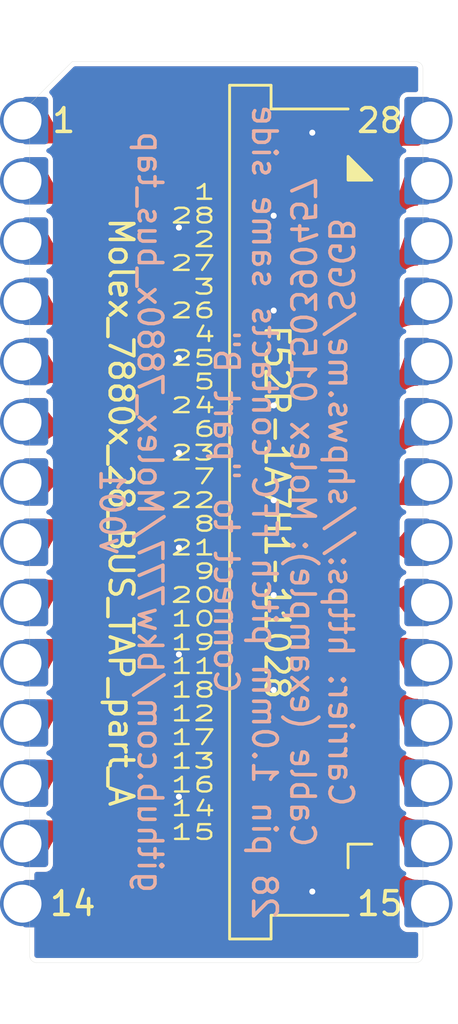
<source format=kicad_pcb>
(kicad_pcb (version 20240108) (generator "pcbnew") (generator_version "8.0")
  (title_block (title "Molex_7880x_28_BUS_TAP_part_A") (date "2024-07-30") (rev "001") (company "Brian K. White - b.kenyon.w@gmail.com") (comment 1 "CC-BY-SA") (comment 2 "github.com/bkw777/Molex_7880x_bus_tap") (comment 3 "Carrier: http://shpws.me/SGGB"))
  (layers (0 "F.Cu" signal "Top") (31 "B.Cu" signal "Bottom") (34 "B.Paste" user) (35 "F.Paste" user) (36 "B.SilkS" user "B.Silkscreen") (37 "F.SilkS" user "F.Silkscreen") (38 "B.Mask" user) (39 "F.Mask" user) (44 "Edge.Cuts" user))
  (net 0 "")
  (net 1 "/24")
  (net 2 "/20")
  (net 3 "/25")
  (net 4 "/1")
  (net 5 "/8")
  (net 6 "/18")
  (net 7 "/12")
  (net 8 "/4")
  (net 9 "/19")
  (net 10 "/6")
  (net 11 "/9")
  (net 12 "/2")
  (net 13 "/28")
  (net 14 "/21")
  (net 15 "/17")
  (net 16 "/3")
  (net 17 "/10")
  (net 18 "/7")
  (net 19 "/11")
  (net 20 "/26")
  (net 21 "/5")
  (net 22 "/27")
  (net 23 "/16")
  (net 24 "/22")
  (net 25 "/15")
  (net 26 "/23")
  (net 27 "/13")
  (net 28 "GND")
  (footprint "000_LOCAL:Molex78802_PCB_28" (layer "F.Cu") (at 147.2184 99.187)
    (property "Reference" "J1" (hide yes))
    (property "Value" "Molex_DIP28_edge_contacts" (hide yes))
    (fp_line (start -8.3 18.7) (end -8.3 -17.2) (stroke (width 0.01)) (layer "Edge.Cuts"))
    (fp_line (start -8 19) (end 8 19) (stroke (width 0.01)) (layer "Edge.Cuts"))
    (fp_line (start -6.5 -19) (end -8.3 -17.2) (stroke (width 0.01)) (layer "Edge.Cuts"))
    (fp_line (start 8 -19) (end -6.5 -19) (stroke (width 0.01)) (layer "Edge.Cuts"))
    (fp_line (start 8.3 18.7) (end 8.3 -18.7) (stroke (width 0.01)) (layer "Edge.Cuts"))
    (fp_arc (start -8 19) (mid -8.212132 18.912132) (end -8.3 18.7) (stroke (width 0.01)) (layer "Edge.Cuts"))
    (fp_arc (start 8 -19) (mid 8.212132 -18.912132) (end 8.3 -18.7) (stroke (width 0.01)) (layer "Edge.Cuts"))
    (fp_arc (start 8.3 18.7) (mid 8.212132 18.912132) (end 8 19) (stroke (width 0.01)) (layer "Edge.Cuts"))
    (pad "1" thru_hole circle (at -8.6002 -16.51) (size 1.9 1.9) (drill 1.6) (property pad_prop_castellated) (layers "*.Cu" "*.Mask") (net 4 "/1"))
    (pad "1" smd roundrect (at -8.0645 -16.51) (size 1.1 2) (layers "F.Cu") (roundrect_rratio 0.1363636364) (net 4 "/1"))
    (pad "1" smd roundrect (at -8.0645 -16.51) (size 1.1 2) (layers "B.Cu") (roundrect_rratio 0.1363636364) (net 4 "/1"))
    (pad "2" thru_hole circle (at -8.6002 -13.97) (size 1.9 1.9) (drill 1.6) (property pad_prop_castellated) (layers "*.Cu" "*.Mask") (net 12 "/2"))
    (pad "2" smd roundrect (at -8.0645 -13.97) (size 1.1 2) (layers "F.Cu") (roundrect_rratio 0.1363636364) (net 12 "/2"))
    (pad "2" smd roundrect (at -8.0645 -13.97) (size 1.1 2) (layers "B.Cu") (roundrect_rratio 0.1363636364) (net 12 "/2"))
    (pad "3" thru_hole circle (at -8.6002 -11.43) (size 1.9 1.9) (drill 1.6) (property pad_prop_castellated) (layers "*.Cu" "*.Mask") (net 16 "/3"))
    (pad "3" smd roundrect (at -8.0645 -11.43) (size 1.1 2) (layers "F.Cu") (roundrect_rratio 0.1363636364) (net 16 "/3"))
    (pad "3" smd roundrect (at -8.0645 -11.43) (size 1.1 2) (layers "B.Cu") (roundrect_rratio 0.1363636364) (net 16 "/3"))
    (pad "4" thru_hole circle (at -8.6002 -8.89) (size 1.9 1.9) (drill 1.6) (property pad_prop_castellated) (layers "*.Cu" "*.Mask") (net 8 "/4"))
    (pad "4" smd roundrect (at -8.0645 -8.89) (size 1.1 2) (layers "F.Cu") (roundrect_rratio 0.1363636364) (net 8 "/4"))
    (pad "4" smd roundrect (at -8.0645 -8.89) (size 1.1 2) (layers "B.Cu") (roundrect_rratio 0.1363636364) (net 8 "/4"))
    (pad "5" thru_hole circle (at -8.6002 -6.35) (size 1.9 1.9) (drill 1.6) (property pad_prop_castellated) (layers "*.Cu" "*.Mask") (net 21 "/5"))
    (pad "5" smd roundrect (at -8.0645 -6.35) (size 1.1 2) (layers "F.Cu") (roundrect_rratio 0.1363636364) (net 21 "/5"))
    (pad "5" smd roundrect (at -8.0645 -6.35) (size 1.1 2) (layers "B.Cu") (roundrect_rratio 0.1363636364) (net 21 "/5"))
    (pad "6" thru_hole circle (at -8.6002 -3.81) (size 1.9 1.9) (drill 1.6) (property pad_prop_castellated) (layers "*.Cu" "*.Mask") (net 10 "/6"))
    (pad "6" smd roundrect (at -8.0645 -3.81) (size 1.1 2) (layers "F.Cu") (roundrect_rratio 0.1363636364) (net 10 "/6"))
    (pad "6" smd roundrect (at -8.0645 -3.81) (size 1.1 2) (layers "B.Cu") (roundrect_rratio 0.1363636364) (net 10 "/6"))
    (pad "7" thru_hole circle (at -8.6002 -1.27) (size 1.9 1.9) (drill 1.6) (property pad_prop_castellated) (layers "*.Cu" "*.Mask") (net 18 "/7"))
    (pad "7" smd roundrect (at -8.0645 -1.27) (size 1.1 2) (layers "F.Cu") (roundrect_rratio 0.1363636364) (net 18 "/7"))
    (pad "7" smd roundrect (at -8.0645 -1.27) (size 1.1 2) (layers "B.Cu") (roundrect_rratio 0.1363636364) (net 18 "/7"))
    (pad "8" thru_hole circle (at -8.6002 1.27) (size 1.9 1.9) (drill 1.6) (property pad_prop_castellated) (layers "*.Cu" "*.Mask") (net 5 "/8"))
    (pad "8" smd roundrect (at -8.0645 1.27) (size 1.1 2) (layers "F.Cu") (roundrect_rratio 0.1363636364) (net 5 "/8"))
    (pad "8" smd roundrect (at -8.0645 1.27) (size 1.1 2) (layers "B.Cu") (roundrect_rratio 0.1363636364) (net 5 "/8"))
    (pad "9" thru_hole circle (at -8.6002 3.81) (size 1.9 1.9) (drill 1.6) (property pad_prop_castellated) (layers "*.Cu" "*.Mask") (net 11 "/9"))
    (pad "9" smd roundrect (at -8.0645 3.81) (size 1.1 2) (layers "F.Cu") (roundrect_rratio 0.1363636364) (net 11 "/9"))
    (pad "9" smd roundrect (at -8.0645 3.81) (size 1.1 2) (layers "B.Cu") (roundrect_rratio 0.1363636364) (net 11 "/9"))
    (pad "10" thru_hole circle (at -8.6002 6.35) (size 1.9 1.9) (drill 1.6) (property pad_prop_castellated) (layers "*.Cu" "*.Mask") (net 17 "/10"))
    (pad "10" smd roundrect (at -8.0645 6.35) (size 1.1 2) (layers "F.Cu") (roundrect_rratio 0.1363636364) (net 17 "/10"))
    (pad "10" smd roundrect (at -8.0645 6.35) (size 1.1 2) (layers "B.Cu") (roundrect_rratio 0.1363636364) (net 17 "/10"))
    (pad "11" thru_hole circle (at -8.6002 8.89) (size 1.9 1.9) (drill 1.6) (property pad_prop_castellated) (layers "*.Cu" "*.Mask") (net 19 "/11"))
    (pad "11" smd roundrect (at -8.0645 8.89) (size 1.1 2) (layers "F.Cu") (roundrect_rratio 0.1363636364) (net 19 "/11"))
    (pad "11" smd roundrect (at -8.0645 8.89) (size 1.1 2) (layers "B.Cu") (roundrect_rratio 0.1363636364) (net 19 "/11"))
    (pad "12" thru_hole circle (at -8.6002 11.43) (size 1.9 1.9) (drill 1.6) (property pad_prop_castellated) (layers "*.Cu" "*.Mask") (net 7 "/12"))
    (pad "12" smd roundrect (at -8.0645 11.43) (size 1.1 2) (layers "F.Cu") (roundrect_rratio 0.1363636364) (net 7 "/12"))
    (pad "12" smd roundrect (at -8.0645 11.43) (size 1.1 2) (layers "B.Cu") (roundrect_rratio 0.1363636364) (net 7 "/12"))
    (pad "13" thru_hole circle (at -8.6002 13.97) (size 1.9 1.9) (drill 1.6) (property pad_prop_castellated) (layers "*.Cu" "*.Mask") (net 27 "/13"))
    (pad "13" smd roundrect (at -8.0645 13.97) (size 1.1 2) (layers "F.Cu") (roundrect_rratio 0.1363636364) (net 27 "/13"))
    (pad "13" smd roundrect (at -8.0645 13.97) (size 1.1 2) (layers "B.Cu") (roundrect_rratio 0.1363636364) (net 27 "/13"))
    (pad "14" thru_hole circle (at -8.6002 16.51) (size 1.9 1.9) (drill 1.6) (property pad_prop_castellated) (layers "*.Cu" "*.Mask") (net 28 "GND"))
    (pad "14" smd roundrect (at -8.0645 16.51) (size 1.1 2) (layers "F.Cu") (roundrect_rratio 0.1363636364) (net 28 "GND"))
    (pad "14" smd roundrect (at -8.0645 16.51) (size 1.1 2) (layers "B.Cu") (roundrect_rratio 0.1363636364) (net 28 "GND"))
    (pad "15" smd roundrect (at 8.0645 16.51) (size 1.1 2) (layers "F.Cu") (roundrect_rratio 0.1363636364) (net 25 "/15"))
    (pad "15" smd roundrect (at 8.0645 16.51) (size 1.1 2) (layers "B.Cu") (roundrect_rratio 0.1363636364) (net 25 "/15"))
    (pad "15" thru_hole circle (at 8.6002 16.51) (size 1.9 1.9) (drill 1.6) (property pad_prop_castellated) (layers "*.Cu" "*.Mask") (net 25 "/15"))
    (pad "16" smd roundrect (at 8.0645 13.97) (size 1.1 2) (layers "F.Cu") (roundrect_rratio 0.1363636364) (net 23 "/16"))
    (pad "16" smd roundrect (at 8.0645 13.97) (size 1.1 2) (layers "B.Cu") (roundrect_rratio 0.1363636364) (net 23 "/16"))
    (pad "16" thru_hole circle (at 8.6002 13.97) (size 1.9 1.9) (drill 1.6) (property pad_prop_castellated) (layers "*.Cu" "*.Mask") (net 23 "/16"))
    (pad "17" smd roundrect (at 8.0645 11.43) (size 1.1 2) (layers "F.Cu") (roundrect_rratio 0.1363636364) (net 15 "/17"))
    (pad "17" smd roundrect (at 8.0645 11.43) (size 1.1 2) (layers "B.Cu") (roundrect_rratio 0.1363636364) (net 15 "/17"))
    (pad "17" thru_hole circle (at 8.6002 11.43) (size 1.9 1.9) (drill 1.6) (property pad_prop_castellated) (layers "*.Cu" "*.Mask") (net 15 "/17"))
    (pad "18" smd roundrect (at 8.0645 8.89) (size 1.1 2) (layers "F.Cu") (roundrect_rratio 0.1363636364) (net 6 "/18"))
    (pad "18" smd roundrect (at 8.0645 8.89) (size 1.1 2) (layers "B.Cu") (roundrect_rratio 0.1363636364) (net 6 "/18"))
    (pad "18" thru_hole circle (at 8.6002 8.89) (size 1.9 1.9) (drill 1.6) (property pad_prop_castellated) (layers "*.Cu" "*.Mask") (net 6 "/18"))
    (pad "19" smd roundrect (at 8.0645 6.35) (size 1.1 2) (layers "F.Cu") (roundrect_rratio 0.1363636364) (net 9 "/19"))
    (pad "19" smd roundrect (at 8.0645 6.35) (size 1.1 2) (layers "B.Cu") (roundrect_rratio 0.1363636364) (net 9 "/19"))
    (pad "19" thru_hole circle (at 8.6002 6.35) (size 1.9 1.9) (drill 1.6) (property pad_prop_castellated) (layers "*.Cu" "*.Mask") (net 9 "/19"))
    (pad "20" smd roundrect (at 8.0645 3.81) (size 1.1 2) (layers "F.Cu") (roundrect_rratio 0.1363636364) (net 2 "/20"))
    (pad "20" smd roundrect (at 8.0645 3.81) (size 1.1 2) (layers "B.Cu") (roundrect_rratio 0.1363636364) (net 2 "/20"))
    (pad "20" thru_hole circle (at 8.6002 3.81) (size 1.9 1.9) (drill 1.6) (property pad_prop_castellated) (layers "*.Cu" "*.Mask") (net 2 "/20"))
    (pad "21" smd roundrect (at 8.0645 1.27) (size 1.1 2) (layers "F.Cu") (roundrect_rratio 0.1363636364) (net 14 "/21"))
    (pad "21" smd roundrect (at 8.0645 1.27) (size 1.1 2) (layers "B.Cu") (roundrect_rratio 0.1363636364) (net 14 "/21"))
    (pad "21" thru_hole circle (at 8.6002 1.27) (size 1.9 1.9) (drill 1.6) (property pad_prop_castellated) (layers "*.Cu" "*.Mask") (net 14 "/21"))
    (pad "22" smd roundrect (at 8.0645 -1.27) (size 1.1 2) (layers "F.Cu") (roundrect_rratio 0.1363636364) (net 24 "/22"))
    (pad "22" smd roundrect (at 8.0645 -1.27) (size 1.1 2) (layers "B.Cu") (roundrect_rratio 0.1363636364) (net 24 "/22"))
    (pad "22" thru_hole circle (at 8.6002 -1.27) (size 1.9 1.9) (drill 1.6) (property pad_prop_castellated) (layers "*.Cu" "*.Mask") (net 24 "/22"))
    (pad "23" smd roundrect (at 8.0645 -3.81) (size 1.1 2) (layers "F.Cu") (roundrect_rratio 0.1363636364) (net 26 "/23"))
    (pad "23" smd roundrect (at 8.0645 -3.81) (size 1.1 2) (layers "B.Cu") (roundrect_rratio 0.1363636364) (net 26 "/23"))
    (pad "23" thru_hole circle (at 8.6002 -3.81) (size 1.9 1.9) (drill 1.6) (property pad_prop_castellated) (layers "*.Cu" "*.Mask") (net 26 "/23"))
    (pad "24" smd roundrect (at 8.0645 -6.35) (size 1.1 2) (layers "F.Cu") (roundrect_rratio 0.1363636364) (net 1 "/24"))
    (pad "24" smd roundrect (at 8.0645 -6.35) (size 1.1 2) (layers "B.Cu") (roundrect_rratio 0.1363636364) (net 1 "/24"))
    (pad "24" thru_hole circle (at 8.6002 -6.35) (size 1.9 1.9) (drill 1.6) (property pad_prop_castellated) (layers "*.Cu" "*.Mask") (net 1 "/24"))
    (pad "25" smd roundrect (at 8.0645 -8.89) (size 1.1 2) (layers "F.Cu") (roundrect_rratio 0.1363636364) (net 3 "/25"))
    (pad "25" smd roundrect (at 8.0645 -8.89) (size 1.1 2) (layers "B.Cu") (roundrect_rratio 0.1363636364) (net 3 "/25"))
    (pad "25" thru_hole circle (at 8.6002 -8.89) (size 1.9 1.9) (drill 1.6) (property pad_prop_castellated) (layers "*.Cu" "*.Mask") (net 3 "/25"))
    (pad "26" smd roundrect (at 8.0645 -11.43) (size 1.1 2) (layers "F.Cu") (roundrect_rratio 0.1363636364) (net 20 "/26"))
    (pad "26" smd roundrect (at 8.0645 -11.43) (size 1.1 2) (layers "B.Cu") (roundrect_rratio 0.1363636364) (net 20 "/26"))
    (pad "26" thru_hole circle (at 8.6002 -11.43) (size 1.9 1.9) (drill 1.6) (property pad_prop_castellated) (layers "*.Cu" "*.Mask") (net 20 "/26"))
    (pad "27" smd roundrect (at 8.0645 -13.97) (size 1.1 2) (layers "F.Cu") (roundrect_rratio 0.1363636364) (net 22 "/27"))
    (pad "27" smd roundrect (at 8.0645 -13.97) (size 1.1 2) (layers "B.Cu") (roundrect_rratio 0.1363636364) (net 22 "/27"))
    (pad "27" thru_hole circle (at 8.6002 -13.97) (size 1.9 1.9) (drill 1.6) (property pad_prop_castellated) (layers "*.Cu" "*.Mask") (net 22 "/27"))
    (pad "28" smd roundrect (at 8.0645 -16.51) (size 1.1 2) (layers "F.Cu") (roundrect_rratio 0.1363636364) (net 13 "/28"))
    (pad "28" smd roundrect (at 8.0645 -16.51) (size 1.1 2) (layers "B.Cu") (roundrect_rratio 0.1363636364) (net 13 "/28"))
    (pad "28" thru_hole circle (at 8.6002 -16.51) (size 1.9 1.9) (drill 1.6) (property pad_prop_castellated) (layers "*.Cu" "*.Mask") (net 13 "/28"))
  )
  (footprint "000_LOCAL:F52R-1A7H1-11028" (layer "F.Cu") (at 151.8584 99.187 -90)
    (property "Reference" "J2" (hide yes))
    (property "Value" "F52R-1A7H1-11028" (at 0 2.5 -90) (layer "F.SilkS"))
    (fp_line (start -18 4.5) (end 18 4.5) (stroke (width 0.12)) (layer "F.SilkS"))
    (fp_line (start -18 2.75) (end -18 4.5) (stroke (width 0.12)) (layer "F.SilkS"))
    (fp_line (start -18 2.75) (end -17 2.75) (stroke (width 0.12)) (layer "F.SilkS"))
    (fp_line (start 17 2.75) (end 18 2.75) (stroke (width 0.12)) (layer "F.SilkS"))
    (fp_line (start 18 2.75) (end 18 4.5) (stroke (width 0.12)) (layer "F.SilkS"))
    (fp_line (start -17 -0.5) (end -17 2.75) (stroke (width 0.12)) (layer "F.SilkS"))
    (fp_line (start 15 -0.5) (end 14 -0.5) (stroke (width 0.12)) (layer "F.SilkS"))
    (fp_line (start 17 -0.5) (end 17 2.75) (stroke (width 0.12)) (layer "F.SilkS"))
    (fp_line (start 14 -1.5) (end 14 -0.5) (stroke (width 0.12)) (layer "F.SilkS"))
    (fp_poly (pts (xy -15 -0.5) (xy -14 -0.5) (xy -14 -1.5)) (stroke (width 0.12)) (fill solid) (layer "F.SilkS"))
    (pad "1" smd roundrect (at -13.5 -0.91 270) (size 0.4 1) (layers "F.Cu" "F.Paste" "F.Mask") (net 4 "/1"))
    (pad "2" smd roundrect (at -12.5 -0.91 270) (size 0.4 1) (layers "F.Cu" "F.Paste" "F.Mask") (net 13 "/28"))
    (pad "3" smd roundrect (at -11.5 -0.91 270) (size 0.4 1) (layers "F.Cu" "F.Paste" "F.Mask") (net 12 "/2"))
    (pad "4" smd roundrect (at -10.5 -0.91 270) (size 0.4 1) (layers "F.Cu" "F.Paste" "F.Mask") (net 22 "/27"))
    (pad "5" smd roundrect (at -9.5 -0.91 270) (size 0.4 1) (layers "F.Cu" "F.Paste" "F.Mask") (net 16 "/3"))
    (pad "6" smd roundrect (at -8.5 -0.91 270) (size 0.4 1) (layers "F.Cu" "F.Paste" "F.Mask") (net 20 "/26"))
    (pad "7" smd roundrect (at -7.5 -0.91 270) (size 0.4 1) (layers "F.Cu" "F.Paste" "F.Mask") (net 8 "/4"))
    (pad "8" smd roundrect (at -6.5 -0.91 270) (size 0.4 1) (layers "F.Cu" "F.Paste" "F.Mask") (net 3 "/25"))
    (pad "9" smd roundrect (at -5.5 -0.91 270) (size 0.4 1) (layers "F.Cu" "F.Paste" "F.Mask") (net 21 "/5"))
    (pad "10" smd roundrect (at -4.5 -0.91 270) (size 0.4 1) (layers "F.Cu" "F.Paste" "F.Mask") (net 1 "/24"))
    (pad "11" smd roundrect (at -3.5 -0.91 270) (size 0.4 1) (layers "F.Cu" "F.Paste" "F.Mask") (net 10 "/6"))
    (pad "12" smd roundrect (at -2.5 -0.91 270) (size 0.4 1) (layers "F.Cu" "F.Paste" "F.Mask") (net 26 "/23"))
    (pad "13" smd roundrect (at -1.5 -0.91 270) (size 0.4 1) (layers "F.Cu" "F.Paste" "F.Mask") (net 18 "/7"))
    (pad "14" smd roundrect (at -0.5 -0.91 270) (size 0.4 1) (layers "F.Cu" "F.Paste" "F.Mask") (net 24 "/22"))
    (pad "15" smd roundrect (at 0.5 -0.91 270) (size 0.4 1) (layers "F.Cu" "F.Paste" "F.Mask") (net 5 "/8"))
    (pad "16" smd roundrect (at 1.5 -0.91 270) (size 0.4 1) (layers "F.Cu" "F.Paste" "F.Mask") (net 14 "/21"))
    (pad "17" smd roundrect (at 2.5 -0.91 270) (size 0.4 1) (layers "F.Cu" "F.Paste" "F.Mask") (net 11 "/9"))
    (pad "18" smd roundrect (at 3.5 -0.91 270) (size 0.4 1) (layers "F.Cu" "F.Paste" "F.Mask") (net 2 "/20"))
    (pad "19" smd roundrect (at 4.5 -0.91 270) (size 0.4 1) (layers "F.Cu" "F.Paste" "F.Mask") (net 17 "/10"))
    (pad "20" smd roundrect (at 5.5 -0.91 270) (size 0.4 1) (layers "F.Cu" "F.Paste" "F.Mask") (net 9 "/19"))
    (pad "21" smd roundrect (at 6.5 -0.91 270) (size 0.4 1) (layers "F.Cu" "F.Paste" "F.Mask") (net 19 "/11"))
    (pad "22" smd roundrect (at 7.5 -0.91 270) (size 0.4 1) (layers "F.Cu" "F.Paste" "F.Mask") (net 6 "/18"))
    (pad "23" smd roundrect (at 8.5 -0.91 270) (size 0.4 1) (layers "F.Cu" "F.Paste" "F.Mask") (net 7 "/12"))
    (pad "24" smd roundrect (at 9.5 -0.91 270) (size 0.4 1) (layers "F.Cu" "F.Paste" "F.Mask") (net 15 "/17"))
    (pad "25" smd roundrect (at 10.5 -0.91 270) (size 0.4 1) (layers "F.Cu" "F.Paste" "F.Mask") (net 27 "/13"))
    (pad "26" smd roundrect (at 11.5 -0.91 270) (size 0.4 1) (layers "F.Cu" "F.Paste" "F.Mask") (net 23 "/16"))
    (pad "27" smd roundrect (at 12.5 -0.91 270) (size 0.4 1) (layers "F.Cu" "F.Paste" "F.Mask") (net 28 "GND"))
    (pad "28" smd roundrect (at 13.5 -0.91 270) (size 0.4 1) (layers "F.Cu" "F.Paste" "F.Mask") (net 25 "/15"))
    (pad "MP" smd roundrect (at -16 1 270) (size 1.75 3.5) (layers "F.Cu" "F.Paste" "F.Mask") (roundrect_rratio 0.1470588235) (net 28 "GND"))
    (pad "MP" smd roundrect (at 16 1 270) (size 1.75 3.5) (layers "F.Cu" "F.Paste" "F.Mask") (roundrect_rratio 0.1470588235) (net 28 "GND"))
  )
  (gr_text "Carrier: https://shpws.me/SGGB\nCable (example): Molex 0150390457\n28 pin 1.0mm pitch FFC contacts same side\nConnect to {dblquote}part B{dblquote}\n\n${COMMENT2}\nv${REVISION}" (at 147.2184 99.187 270) (layer "B.SilkS") (effects (font (size 1 1)) (justify mirror)))
  (gr_text "28" (at 153.6954 82.677 0) (layer "F.SilkS") (effects (font (size 1 1))))
  (gr_text "${TITLE}" (at 142.7734 99.187 270) (layer "F.SilkS") (effects (font (size 1 1))))
  (gr_text "14" (at 140.7414 115.697 0) (layer "F.SilkS") (effects (font (size 1 1))))
  (gr_text "1" (at 140.3604 82.677 0) (layer "F.SilkS") (effects (font (size 1 1))))
  (gr_text "1\n28\n2\n27\n3\n26\n4\n25\n5\n24\n6\n23\n7\n22\n8\n21\n9\n20\n10\n19\n11\n18\n12\n17\n13\n16\n14\n15" (at 146.8374 99.187 0) (layer "F.SilkS") (effects (font (size 0.621 1) (thickness 0.1)) (justify right)))
  (gr_text "15" (at 153.6954 115.697 0) (layer "F.SilkS") (effects (font (size 1 1))))
  (segment (start 155.2829 93.1725) (end 155.2829 92.837) (width 0.4) (layer "F.Cu") (net 1))
  (segment (start 153.7684 94.687) (end 155.2829 93.1725) (width 0.4) (layer "F.Cu") (net 1))
  (segment (start 152.7584 94.687) (end 153.7684 94.687) (width 0.4) (layer "F.Cu") (net 1))
  (segment (start 152.7584 102.687) (end 154.9729 102.687) (width 0.4) (layer "F.Cu") (net 2))
  (segment (start 154.9729 102.687) (end 155.2829 102.997) (width 0.4) (layer "F.Cu") (net 2))
  (segment (start 155.2829 91.087) (end 155.2829 90.297) (width 0.4) (layer "F.Cu") (net 3))
  (segment (start 153.9684 92.287) (end 153.9684 91.737) (width 0.4) (layer "F.Cu") (net 3))
  (segment (start 153.9684 91.737) (end 154.6184 91.087) (width 0.4) (layer "F.Cu") (net 3))
  (segment (start 153.5684 92.687) (end 153.9684 92.287) (width 0.4) (layer "F.Cu") (net 3))
  (segment (start 152.7584 92.687) (end 153.5684 92.687) (width 0.4) (layer "F.Cu") (net 3))
  (segment (start 154.6184 91.087) (end 155.2829 91.087) (width 0.4) (layer "F.Cu") (net 3))
  (segment (start 138.6182 82.677) (end 139.1539 82.677) (width 0.4) (layer "F.Cu") (net 4))
  (segment (start 146.5684 83.437) (end 139.1539 83.437) (width 0.4) (layer "F.Cu") (net 4))
  (segment (start 139.1539 83.437) (end 139.1539 82.677) (width 0.4) (layer "F.Cu") (net 4))
  (segment (start 148.818402 85.687002) (end 146.5684 83.437) (width 0.4) (layer "F.Cu") (net 4))
  (segment (start 152.7584 85.687002) (end 148.818402 85.687002) (width 0.4) (layer "F.Cu") (net 4))
  (segment (start 152.7584 99.687) (end 139.1539 99.687) (width 0.4) (layer "F.Cu") (net 5))
  (segment (start 139.1539 99.687) (end 139.1539 100.457) (width 0.4) (layer "F.Cu") (net 5))
  (segment (start 152.7584 106.687) (end 154.2184 106.687) (width 0.4) (layer "F.Cu") (net 6))
  (segment (start 155.2829 107.7515) (end 155.2829 108.077) (width 0.4) (layer "F.Cu") (net 6))
  (segment (start 154.2184 106.687) (end 155.2829 107.7515) (width 0.4) (layer "F.Cu") (net 6))
  (segment (start 147.3684 107.687) (end 145.2184 109.837) (width 0.4) (layer "F.Cu") (net 7))
  (segment (start 139.1539 109.837) (end 139.1539 110.617) (width 0.4) (layer "F.Cu") (net 7))
  (segment (start 152.7584 107.687) (end 147.3684 107.687) (width 0.4) (layer "F.Cu") (net 7))
  (segment (start 145.2184 109.837) (end 139.1539 109.837) (width 0.4) (layer "F.Cu") (net 7))
  (segment (start 152.7584 91.687) (end 144.9184 91.687) (width 0.4) (layer "F.Cu") (net 8))
  (segment (start 144.9184 91.687) (end 144.3184 91.087) (width 0.4) (layer "F.Cu") (net 8))
  (segment (start 139.1539 91.087) (end 139.1539 90.297) (width 0.4) (layer "F.Cu") (net 8))
  (segment (start 144.3184 91.087) (end 139.1539 91.087) (width 0.4) (layer "F.Cu") (net 8))
  (segment (start 154.7684 104.687) (end 155.2829 105.2015) (width 0.4) (layer "F.Cu") (net 9))
  (segment (start 155.2829 105.2015) (end 155.2829 105.537) (width 0.4) (layer "F.Cu") (net 9))
  (segment (start 152.7584 104.687) (end 154.7684 104.687) (width 0.4) (layer "F.Cu") (net 9))
  (segment (start 152.7584 95.687) (end 139.4639 95.687) (width 0.4) (layer "F.Cu") (net 10))
  (segment (start 139.4639 95.687) (end 139.1539 95.377) (width 0.4) (layer "F.Cu") (net 10))
  (segment (start 139.1539 102.237) (end 139.1539 102.997) (width 0.4) (layer "F.Cu") (net 11))
  (segment (start 143.0684 101.687) (end 142.5184 102.237) (width 0.4) (layer "F.Cu") (net 11))
  (segment (start 152.7584 101.687) (end 143.0684 101.687) (width 0.4) (layer "F.Cu") (net 11))
  (segment (start 142.5184 102.237) (end 139.1539 102.237) (width 0.4) (layer "F.Cu") (net 11))
  (segment (start 147.6184 87.687) (end 145.9184 85.987) (width 0.4) (layer "F.Cu") (net 12))
  (segment (start 145.9184 85.987) (end 139.1539 85.987) (width 0.4) (layer "F.Cu") (net 12))
  (segment (start 152.7584 87.687) (end 147.6184 87.687) (width 0.4) (layer "F.Cu") (net 12))
  (segment (start 139.1539 85.987) (end 139.1539 85.217) (width 0.4) (layer "F.Cu") (net 12))
  (segment (start 154.4684 83.537) (end 155.2829 83.537) (width 0.4) (layer "F.Cu") (net 13))
  (segment (start 153.1934 86.687) (end 153.8184 86.062) (width 0.4) (layer "F.Cu") (net 13))
  (segment (start 153.8184 86.062) (end 153.8184 84.187) (width 0.4) (layer "F.Cu") (net 13))
  (segment (start 155.2829 83.537) (end 155.2829 82.677) (width 0.4) (layer "F.Cu") (net 13))
  (segment (start 152.7584 86.687) (end 153.1934 86.687) (width 0.4) (layer "F.Cu") (net 13))
  (segment (start 153.8184 84.187) (end 154.4684 83.537) (width 0.4) (layer "F.Cu") (net 13))
  (segment (start 155.0529 100.687) (end 155.2829 100.457) (width 0.4) (layer "F.Cu") (net 14))
  (segment (start 152.7584 100.687) (end 155.0529 100.687) (width 0.4) (layer "F.Cu") (net 14))
  (segment (start 153.6684 108.687) (end 155.0186 110.0372) (width 0.4) (layer "F.Cu") (net 15))
  (segment (start 152.7584 108.687) (end 153.6684 108.687) (width 0.4) (layer "F.Cu") (net 15))
  (segment (start 155.0186 110.0372) (end 155.0186 110.617) (width 0.4) (layer "F.Cu") (net 15))
  (segment (start 146.1184 89.687) (end 144.9684 88.537) (width 0.4) (layer "F.Cu") (net 16))
  (segment (start 139.1539 88.537) (end 139.1539 87.757) (width 0.4) (layer "F.Cu") (net 16))
  (segment (start 144.9684 88.537) (end 139.1539 88.537) (width 0.4) (layer "F.Cu") (net 16))
  (segment (start 152.7584 89.687) (end 146.1184 89.687) (width 0.4) (layer "F.Cu") (net 16))
  (segment (start 152.7584 103.687) (end 144.9684 103.687) (width 0.4) (layer "F.Cu") (net 17))
  (segment (start 144.9684 103.687) (end 143.9184 104.737) (width 0.4) (layer "F.Cu") (net 17))
  (segment (start 139.1539 104.737) (end 139.1539 105.537) (width 0.4) (layer "F.Cu") (net 17))
  (segment (start 143.9184 104.737) (end 139.1539 104.737) (width 0.4) (layer "F.Cu") (net 17))
  (segment (start 152.7584 97.687) (end 139.3839 97.687) (width 0.4) (layer "F.Cu") (net 18))
  (segment (start 139.3839 97.687) (end 139.1539 97.917) (width 0.4) (layer "F.Cu") (net 18))
  (segment (start 139.1539 107.287) (end 139.1539 108.077) (width 0.4) (layer "F.Cu") (net 19))
  (segment (start 144.6684 107.287) (end 139.1539 107.287) (width 0.4) (layer "F.Cu") (net 19))
  (segment (start 152.7584 105.687) (end 146.2684 105.687) (width 0.4) (layer "F.Cu") (net 19))
  (segment (start 146.2684 105.687) (end 144.6684 107.287) (width 0.4) (layer "F.Cu") (net 19))
  (segment (start 153.9684 90.287) (end 153.9684 89.437) (width 0.4) (layer "F.Cu") (net 20))
  (segment (start 153.5684 90.687) (end 153.9684 90.287) (width 0.4) (layer "F.Cu") (net 20))
  (segment (start 152.7584 90.687) (end 153.5684 90.687) (width 0.4) (layer "F.Cu") (net 20))
  (segment (start 155.2829 88.1225) (end 155.2829 87.757) (width 0.4) (layer "F.Cu") (net 20))
  (segment (start 153.9684 89.437) (end 155.2829 88.1225) (width 0.4) (layer "F.Cu") (net 20))
  (segment (start 142.7684 93.687) (end 142.6184 93.537) (width 0.4) (layer "F.Cu") (net 21))
  (segment (start 142.6184 93.537) (end 139.1539 93.537) (width 0.4) (layer "F.Cu") (net 21))
  (segment (start 139.1539 93.537) (end 139.1539 92.837) (width 0.4) (layer "F.Cu") (net 21))
  (segment (start 152.7584 93.687) (end 142.7684 93.687) (width 0.4) (layer "F.Cu") (net 21))
  (segment (start 152.7584 88.687) (end 153.3684 88.687) (width 0.4) (layer "F.Cu") (net 22))
  (segment (start 153.8184 87.087) (end 155.2829 85.6225) (width 0.4) (layer "F.Cu") (net 22))
  (segment (start 153.8184 88.237) (end 153.8184 87.087) (width 0.4) (layer "F.Cu") (net 22))
  (segment (start 153.3684 88.687) (end 153.8184 88.237) (width 0.4) (layer "F.Cu") (net 22))
  (segment (start 155.2829 85.6225) (end 155.2829 85.217) (width 0.4) (layer "F.Cu") (net 22))
  (segment (start 153.6184 110.687) (end 153.9684 111.037) (width 0.4) (layer "F.Cu") (net 23))
  (segment (start 152.7584 110.687) (end 153.6184 110.687) (width 0.4) (layer "F.Cu") (net 23))
  (segment (start 153.9684 111.037) (end 153.9684 111.562) (width 0.4) (layer "F.Cu") (net 23))
  (segment (start 153.9684 111.562) (end 155.2829 112.8765) (width 0.4) (layer "F.Cu") (net 23))
  (segment (start 155.2829 112.8765) (end 155.2829 113.157) (width 0.4) (layer "F.Cu") (net 23))
  (segment (start 155.2829 98.687) (end 155.2829 97.917) (width 0.4) (layer "F.Cu") (net 24))
  (segment (start 152.7584 98.687) (end 155.2829 98.687) (width 0.4) (layer "F.Cu") (net 24))
  (segment (start 153.1184 112.687) (end 153.9684 113.537) (width 0.4) (layer "F.Cu") (net 25))
  (segment (start 153.9684 114.087) (end 155.2829 115.4015) (width 0.4) (layer "F.Cu") (net 25))
  (segment (start 153.9684 113.537) (end 153.9684 114.087) (width 0.4) (layer "F.Cu") (net 25))
  (segment (start 152.7584 112.687) (end 153.1184 112.687) (width 0.4) (layer "F.Cu") (net 25))
  (segment (start 155.2829 115.4015) (end 155.2829 115.697) (width 0.4) (layer "F.Cu") (net 25))
  (segment (start 155.2829 95.6725) (end 155.2829 95.377) (width 0.4) (layer "F.Cu") (net 26))
  (segment (start 154.2684 96.687) (end 155.2829 95.6725) (width 0.4) (layer "F.Cu") (net 26))
  (segment (start 152.7584 96.687) (end 154.2684 96.687) (width 0.4) (layer "F.Cu") (net 26))
  (segment (start 148.3684 109.687) (end 145.6684 112.387) (width 0.4) (layer "F.Cu") (net 27))
  (segment (start 139.1539 112.387) (end 139.1539 113.157) (width 0.4) (layer "F.Cu") (net 27))
  (segment (start 152.7584 109.687) (end 148.3684 109.687) (width 0.4) (layer "F.Cu") (net 27))
  (segment (start 145.6684 112.387) (end 139.1539 112.387) (width 0.4) (layer "F.Cu") (net 27))
  (segment (start 149.3184 111.687) (end 146.0684 114.937) (width 0.4) (layer "F.Cu") (net 28))
  (segment (start 139.1539 114.937) (end 139.1539 115.697) (width 0.4) (layer "F.Cu") (net 28))
  (segment (start 152.7684 111.687) (end 149.3184 111.687) (width 0.4) (layer "F.Cu") (net 28))
  (segment (start 146.0684 114.937) (end 139.1539 114.937) (width 0.4) (layer "F.Cu") (net 28))
  (via (at 149.2184 106.687) (size 0.508) (drill 0.254) (layers "F.Cu" "B.Cu") (net 28))
  (via (at 149.2184 102.687) (size 0.508) (drill 0.254) (layers "F.Cu" "B.Cu") (net 28))
  (via (at 145.2184 87.187) (size 0.508) (drill 0.254) (layers "F.Cu" "B.Cu") (net 28))
  (via (at 149.2184 98.687) (size 0.508) (drill 0.254) (layers "F.Cu" "B.Cu") (net 28))
  (via (at 145.2184 105.187) (size 0.508) (drill 0.254) (layers "F.Cu" "B.Cu") (net 28))
  (via (at 149.2184 94.687) (size 0.508) (drill 0.254) (layers "F.Cu" "B.Cu") (net 28))
  (via (at 145.2184 111.187) (size 0.508) (drill 0.254) (layers "F.Cu" "B.Cu") (net 28))
  (via (at 150.8484 115.187) (size 0.508) (drill 0.254) (layers "F.Cu" "B.Cu") (net 28))
  (via (at 150.8484 83.187) (size 0.508) (drill 0.254) (layers "F.Cu" "B.Cu") (net 28))
  (via (at 149.2184 90.687) (size 0.508) (drill 0.254) (layers "F.Cu" "B.Cu") (net 28))
  (via (at 145.2184 92.687) (size 0.508) (drill 0.254) (layers "F.Cu" "B.Cu") (net 28))
  (via (at 145.2184 100.687) (size 0.508) (drill 0.254) (layers "F.Cu" "B.Cu") (net 28))
  (via (at 145.2184 96.687) (size 0.508) (drill 0.254) (layers "F.Cu" "B.Cu") (net 28))
  (via (at 149.2184 86.687) (size 0.508) (drill 0.254) (layers "F.Cu" "B.Cu") (net 28))
  (zone (net 28) (net_name "GND") (layers "F&B.Cu") (connect_pads (clearance 0.2)) (min_thickness 0.2) (fill yes (thermal_gap 0.2) (thermal_bridge_width 0.4) (smoothing fillet) (radius 0.1))
    (polygon (pts (xy 155.5184 118.187) (xy 138.9184 118.187) (xy 138.9184 80.187) (xy 155.5184 80.187)))
  )
)
</source>
